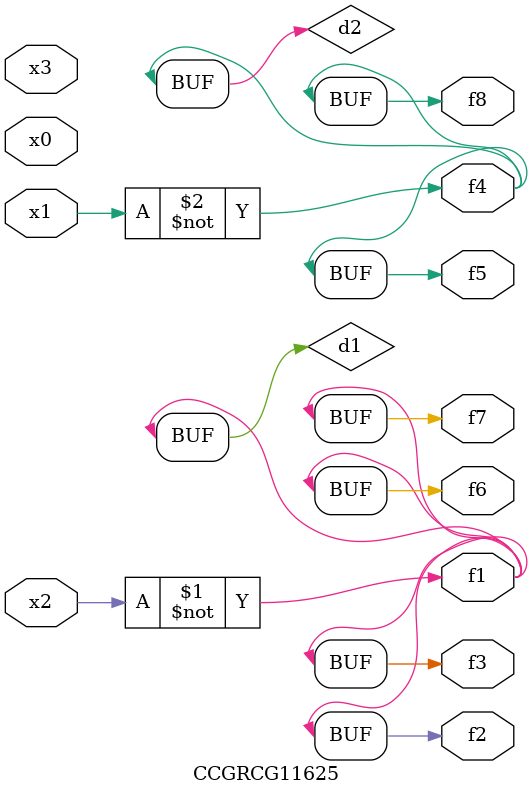
<source format=v>
module CCGRCG11625(
	input x0, x1, x2, x3,
	output f1, f2, f3, f4, f5, f6, f7, f8
);

	wire d1, d2;

	xnor (d1, x2);
	not (d2, x1);
	assign f1 = d1;
	assign f2 = d1;
	assign f3 = d1;
	assign f4 = d2;
	assign f5 = d2;
	assign f6 = d1;
	assign f7 = d1;
	assign f8 = d2;
endmodule

</source>
